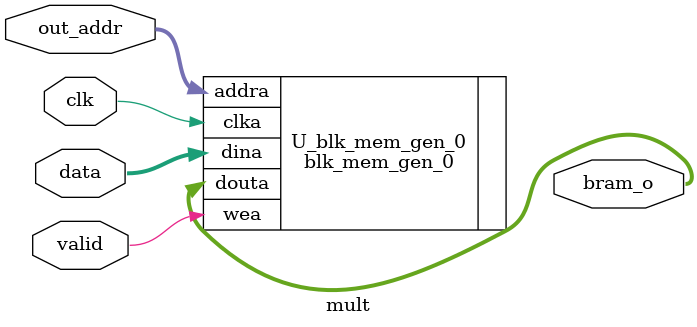
<source format=v>
`timescale 1ns / 1ps


module mult(
    input wire clk,
    input wire valid,
    input wire [31:0] data,
    input wire [11:0] out_addr,
    output wire [31:0] bram_o
    );

blk_mem_gen_0 U_blk_mem_gen_0(
    .clka  (clk   ), // input wire clka
    .wea   (valid ), // input wire [0 : 0] wea
    .addra (out_addr ), // input wire [11 : 0] addra
    .dina  (data  ), // input wire [31 : 0] dina
    .douta (bram_o)  // output wire [31 : 0] douta
);

endmodule

</source>
